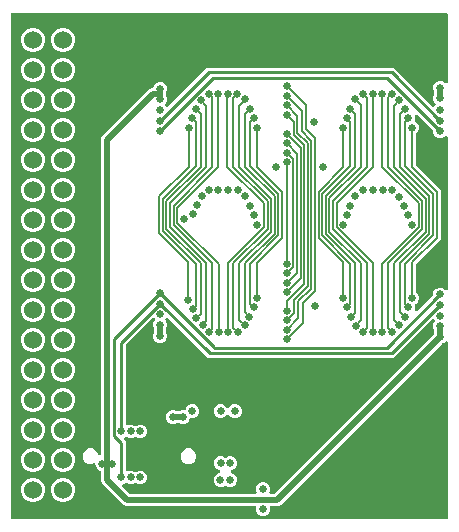
<source format=gbr>
G04 EAGLE Gerber RS-274X export*
G75*
%MOMM*%
%FSLAX34Y34*%
%LPD*%
%INCopper Layer 2*%
%IPPOS*%
%AMOC8*
5,1,8,0,0,1.08239X$1,22.5*%
G01*
G04 Define Apertures*
%ADD10C,1.524000*%
%ADD11C,0.654800*%
%ADD12C,0.152400*%
%ADD13C,0.254000*%
%ADD14C,0.508000*%
G36*
X371685Y2641D02*
X372102Y2926D01*
X372375Y3352D01*
X372460Y3810D01*
X372460Y152172D01*
X372359Y152667D01*
X372074Y153084D01*
X371648Y153356D01*
X371150Y153441D01*
X370658Y153325D01*
X370292Y153070D01*
X369293Y152071D01*
X367755Y151434D01*
X367343Y151159D01*
X230878Y14693D01*
X229010Y13920D01*
X222984Y13920D01*
X222489Y13819D01*
X222072Y13534D01*
X221800Y13108D01*
X221715Y12610D01*
X221811Y12164D01*
X221814Y12156D01*
X221814Y9843D01*
X220929Y7707D01*
X219293Y6071D01*
X217157Y5186D01*
X214843Y5186D01*
X212707Y6071D01*
X211071Y7707D01*
X210186Y9843D01*
X210186Y12156D01*
X210189Y12164D01*
X210286Y12660D01*
X210181Y13155D01*
X209892Y13569D01*
X209464Y13838D01*
X209016Y13920D01*
X99990Y13920D01*
X98122Y14693D01*
X79693Y33122D01*
X78920Y34990D01*
X78920Y42306D01*
X78819Y42801D01*
X78534Y43218D01*
X78136Y43479D01*
X76707Y44071D01*
X75071Y45707D01*
X74186Y47843D01*
X74186Y48754D01*
X74085Y49250D01*
X73800Y49667D01*
X73374Y49939D01*
X72876Y50024D01*
X72430Y49928D01*
X71301Y49460D01*
X68699Y49460D01*
X66295Y50456D01*
X64456Y52295D01*
X63460Y54699D01*
X63460Y57301D01*
X64456Y59705D01*
X66295Y61544D01*
X68699Y62540D01*
X71301Y62540D01*
X73705Y61544D01*
X75544Y59705D01*
X76477Y57454D01*
X76759Y57035D01*
X77183Y56759D01*
X77680Y56670D01*
X78173Y56783D01*
X78583Y57078D01*
X78845Y57510D01*
X78920Y57940D01*
X78920Y325010D01*
X79693Y326878D01*
X120122Y367307D01*
X121990Y368080D01*
X122306Y368080D01*
X122801Y368181D01*
X123218Y368466D01*
X123479Y368864D01*
X124071Y370293D01*
X125707Y371929D01*
X127843Y372814D01*
X130157Y372814D01*
X132293Y371929D01*
X133929Y370293D01*
X134814Y368157D01*
X134814Y365843D01*
X134177Y364305D01*
X134080Y363819D01*
X134080Y361181D01*
X134177Y360695D01*
X134814Y359157D01*
X134814Y356843D01*
X133929Y354707D01*
X133620Y354398D01*
X133341Y353977D01*
X133248Y353480D01*
X133357Y352986D01*
X133620Y352602D01*
X134019Y352203D01*
X134440Y351924D01*
X134937Y351831D01*
X135431Y351940D01*
X135815Y352203D01*
X168422Y384810D01*
X326578Y384810D01*
X359185Y352203D01*
X359606Y351924D01*
X360103Y351831D01*
X360597Y351940D01*
X360981Y352203D01*
X361880Y353102D01*
X362159Y353523D01*
X362252Y354020D01*
X362143Y354514D01*
X361880Y354898D01*
X361071Y355707D01*
X360186Y357843D01*
X360186Y360157D01*
X360823Y361695D01*
X360920Y362181D01*
X360920Y364819D01*
X360823Y365305D01*
X360186Y366843D01*
X360186Y369157D01*
X361071Y371293D01*
X362707Y372929D01*
X364843Y373814D01*
X367157Y373814D01*
X369293Y372929D01*
X370292Y371930D01*
X370713Y371651D01*
X371210Y371558D01*
X371704Y371667D01*
X372116Y371959D01*
X372382Y372389D01*
X372460Y372828D01*
X372460Y430190D01*
X372359Y430685D01*
X372074Y431102D01*
X371648Y431375D01*
X371190Y431460D01*
X3810Y431460D01*
X3315Y431359D01*
X2898Y431074D01*
X2625Y430648D01*
X2540Y430190D01*
X2540Y3810D01*
X2641Y3315D01*
X2926Y2898D01*
X3352Y2625D01*
X3810Y2540D01*
X371190Y2540D01*
X371685Y2641D01*
G37*
%LPC*%
G36*
X44679Y398340D02*
X40945Y399887D01*
X38087Y402745D01*
X36540Y406479D01*
X36540Y410521D01*
X38087Y414255D01*
X40945Y417113D01*
X44679Y418660D01*
X48721Y418660D01*
X52455Y417113D01*
X55313Y414255D01*
X56860Y410521D01*
X56860Y406479D01*
X55313Y402745D01*
X52455Y399887D01*
X48721Y398340D01*
X44679Y398340D01*
G37*
G36*
X19279Y398340D02*
X15545Y399887D01*
X12687Y402745D01*
X11140Y406479D01*
X11140Y410521D01*
X12687Y414255D01*
X15545Y417113D01*
X19279Y418660D01*
X23321Y418660D01*
X27055Y417113D01*
X29913Y414255D01*
X31460Y410521D01*
X31460Y406479D01*
X29913Y402745D01*
X27055Y399887D01*
X23321Y398340D01*
X19279Y398340D01*
G37*
G36*
X44679Y372940D02*
X40945Y374487D01*
X38087Y377345D01*
X36540Y381079D01*
X36540Y385121D01*
X38087Y388855D01*
X40945Y391713D01*
X44679Y393260D01*
X48721Y393260D01*
X52455Y391713D01*
X55313Y388855D01*
X56860Y385121D01*
X56860Y381079D01*
X55313Y377345D01*
X52455Y374487D01*
X48721Y372940D01*
X44679Y372940D01*
G37*
G36*
X19279Y372940D02*
X15545Y374487D01*
X12687Y377345D01*
X11140Y381079D01*
X11140Y385121D01*
X12687Y388855D01*
X15545Y391713D01*
X19279Y393260D01*
X23321Y393260D01*
X27055Y391713D01*
X29913Y388855D01*
X31460Y385121D01*
X31460Y381079D01*
X29913Y377345D01*
X27055Y374487D01*
X23321Y372940D01*
X19279Y372940D01*
G37*
G36*
X44679Y347540D02*
X40945Y349087D01*
X38087Y351945D01*
X36540Y355679D01*
X36540Y359721D01*
X38087Y363455D01*
X40945Y366313D01*
X44679Y367860D01*
X48721Y367860D01*
X52455Y366313D01*
X55313Y363455D01*
X56860Y359721D01*
X56860Y355679D01*
X55313Y351945D01*
X52455Y349087D01*
X48721Y347540D01*
X44679Y347540D01*
G37*
G36*
X19279Y347540D02*
X15545Y349087D01*
X12687Y351945D01*
X11140Y355679D01*
X11140Y359721D01*
X12687Y363455D01*
X15545Y366313D01*
X19279Y367860D01*
X23321Y367860D01*
X27055Y366313D01*
X29913Y363455D01*
X31460Y359721D01*
X31460Y355679D01*
X29913Y351945D01*
X27055Y349087D01*
X23321Y347540D01*
X19279Y347540D01*
G37*
G36*
X44679Y322140D02*
X40945Y323687D01*
X38087Y326545D01*
X36540Y330279D01*
X36540Y334321D01*
X38087Y338055D01*
X40945Y340913D01*
X44679Y342460D01*
X48721Y342460D01*
X52455Y340913D01*
X55313Y338055D01*
X56860Y334321D01*
X56860Y330279D01*
X55313Y326545D01*
X52455Y323687D01*
X48721Y322140D01*
X44679Y322140D01*
G37*
G36*
X19279Y322140D02*
X15545Y323687D01*
X12687Y326545D01*
X11140Y330279D01*
X11140Y334321D01*
X12687Y338055D01*
X15545Y340913D01*
X19279Y342460D01*
X23321Y342460D01*
X27055Y340913D01*
X29913Y338055D01*
X31460Y334321D01*
X31460Y330279D01*
X29913Y326545D01*
X27055Y323687D01*
X23321Y322140D01*
X19279Y322140D01*
G37*
G36*
X44679Y296740D02*
X40945Y298287D01*
X38087Y301145D01*
X36540Y304879D01*
X36540Y308921D01*
X38087Y312655D01*
X40945Y315513D01*
X44679Y317060D01*
X48721Y317060D01*
X52455Y315513D01*
X55313Y312655D01*
X56860Y308921D01*
X56860Y304879D01*
X55313Y301145D01*
X52455Y298287D01*
X48721Y296740D01*
X44679Y296740D01*
G37*
G36*
X19279Y296740D02*
X15545Y298287D01*
X12687Y301145D01*
X11140Y304879D01*
X11140Y308921D01*
X12687Y312655D01*
X15545Y315513D01*
X19279Y317060D01*
X23321Y317060D01*
X27055Y315513D01*
X29913Y312655D01*
X31460Y308921D01*
X31460Y304879D01*
X29913Y301145D01*
X27055Y298287D01*
X23321Y296740D01*
X19279Y296740D01*
G37*
G36*
X44679Y271340D02*
X40945Y272887D01*
X38087Y275745D01*
X36540Y279479D01*
X36540Y283521D01*
X38087Y287255D01*
X40945Y290113D01*
X44679Y291660D01*
X48721Y291660D01*
X52455Y290113D01*
X55313Y287255D01*
X56860Y283521D01*
X56860Y279479D01*
X55313Y275745D01*
X52455Y272887D01*
X48721Y271340D01*
X44679Y271340D01*
G37*
G36*
X19279Y271340D02*
X15545Y272887D01*
X12687Y275745D01*
X11140Y279479D01*
X11140Y283521D01*
X12687Y287255D01*
X15545Y290113D01*
X19279Y291660D01*
X23321Y291660D01*
X27055Y290113D01*
X29913Y287255D01*
X31460Y283521D01*
X31460Y279479D01*
X29913Y275745D01*
X27055Y272887D01*
X23321Y271340D01*
X19279Y271340D01*
G37*
G36*
X44679Y245940D02*
X40945Y247487D01*
X38087Y250345D01*
X36540Y254079D01*
X36540Y258121D01*
X38087Y261855D01*
X40945Y264713D01*
X44679Y266260D01*
X48721Y266260D01*
X52455Y264713D01*
X55313Y261855D01*
X56860Y258121D01*
X56860Y254079D01*
X55313Y250345D01*
X52455Y247487D01*
X48721Y245940D01*
X44679Y245940D01*
G37*
G36*
X19279Y245940D02*
X15545Y247487D01*
X12687Y250345D01*
X11140Y254079D01*
X11140Y258121D01*
X12687Y261855D01*
X15545Y264713D01*
X19279Y266260D01*
X23321Y266260D01*
X27055Y264713D01*
X29913Y261855D01*
X31460Y258121D01*
X31460Y254079D01*
X29913Y250345D01*
X27055Y247487D01*
X23321Y245940D01*
X19279Y245940D01*
G37*
G36*
X44679Y220540D02*
X40945Y222087D01*
X38087Y224945D01*
X36540Y228679D01*
X36540Y232721D01*
X38087Y236455D01*
X40945Y239313D01*
X44679Y240860D01*
X48721Y240860D01*
X52455Y239313D01*
X55313Y236455D01*
X56860Y232721D01*
X56860Y228679D01*
X55313Y224945D01*
X52455Y222087D01*
X48721Y220540D01*
X44679Y220540D01*
G37*
G36*
X19279Y220540D02*
X15545Y222087D01*
X12687Y224945D01*
X11140Y228679D01*
X11140Y232721D01*
X12687Y236455D01*
X15545Y239313D01*
X19279Y240860D01*
X23321Y240860D01*
X27055Y239313D01*
X29913Y236455D01*
X31460Y232721D01*
X31460Y228679D01*
X29913Y224945D01*
X27055Y222087D01*
X23321Y220540D01*
X19279Y220540D01*
G37*
G36*
X44679Y195140D02*
X40945Y196687D01*
X38087Y199545D01*
X36540Y203279D01*
X36540Y207321D01*
X38087Y211055D01*
X40945Y213913D01*
X44679Y215460D01*
X48721Y215460D01*
X52455Y213913D01*
X55313Y211055D01*
X56860Y207321D01*
X56860Y203279D01*
X55313Y199545D01*
X52455Y196687D01*
X48721Y195140D01*
X44679Y195140D01*
G37*
G36*
X19279Y195140D02*
X15545Y196687D01*
X12687Y199545D01*
X11140Y203279D01*
X11140Y207321D01*
X12687Y211055D01*
X15545Y213913D01*
X19279Y215460D01*
X23321Y215460D01*
X27055Y213913D01*
X29913Y211055D01*
X31460Y207321D01*
X31460Y203279D01*
X29913Y199545D01*
X27055Y196687D01*
X23321Y195140D01*
X19279Y195140D01*
G37*
G36*
X44679Y169740D02*
X40945Y171287D01*
X38087Y174145D01*
X36540Y177879D01*
X36540Y181921D01*
X38087Y185655D01*
X40945Y188513D01*
X44679Y190060D01*
X48721Y190060D01*
X52455Y188513D01*
X55313Y185655D01*
X56860Y181921D01*
X56860Y177879D01*
X55313Y174145D01*
X52455Y171287D01*
X48721Y169740D01*
X44679Y169740D01*
G37*
G36*
X19279Y169740D02*
X15545Y171287D01*
X12687Y174145D01*
X11140Y177879D01*
X11140Y181921D01*
X12687Y185655D01*
X15545Y188513D01*
X19279Y190060D01*
X23321Y190060D01*
X27055Y188513D01*
X29913Y185655D01*
X31460Y181921D01*
X31460Y177879D01*
X29913Y174145D01*
X27055Y171287D01*
X23321Y169740D01*
X19279Y169740D01*
G37*
G36*
X44679Y144340D02*
X40945Y145887D01*
X38087Y148745D01*
X36540Y152479D01*
X36540Y156521D01*
X38087Y160255D01*
X40945Y163113D01*
X44679Y164660D01*
X48721Y164660D01*
X52455Y163113D01*
X55313Y160255D01*
X56860Y156521D01*
X56860Y152479D01*
X55313Y148745D01*
X52455Y145887D01*
X48721Y144340D01*
X44679Y144340D01*
G37*
G36*
X19279Y144340D02*
X15545Y145887D01*
X12687Y148745D01*
X11140Y152479D01*
X11140Y156521D01*
X12687Y160255D01*
X15545Y163113D01*
X19279Y164660D01*
X23321Y164660D01*
X27055Y163113D01*
X29913Y160255D01*
X31460Y156521D01*
X31460Y152479D01*
X29913Y148745D01*
X27055Y145887D01*
X23321Y144340D01*
X19279Y144340D01*
G37*
G36*
X44679Y118940D02*
X40945Y120487D01*
X38087Y123345D01*
X36540Y127079D01*
X36540Y131121D01*
X38087Y134855D01*
X40945Y137713D01*
X44679Y139260D01*
X48721Y139260D01*
X52455Y137713D01*
X55313Y134855D01*
X56860Y131121D01*
X56860Y127079D01*
X55313Y123345D01*
X52455Y120487D01*
X48721Y118940D01*
X44679Y118940D01*
G37*
G36*
X19279Y118940D02*
X15545Y120487D01*
X12687Y123345D01*
X11140Y127079D01*
X11140Y131121D01*
X12687Y134855D01*
X15545Y137713D01*
X19279Y139260D01*
X23321Y139260D01*
X27055Y137713D01*
X29913Y134855D01*
X31460Y131121D01*
X31460Y127079D01*
X29913Y123345D01*
X27055Y120487D01*
X23321Y118940D01*
X19279Y118940D01*
G37*
G36*
X44679Y93540D02*
X40945Y95087D01*
X38087Y97945D01*
X36540Y101679D01*
X36540Y105721D01*
X38087Y109455D01*
X40945Y112313D01*
X44679Y113860D01*
X48721Y113860D01*
X52455Y112313D01*
X55313Y109455D01*
X56860Y105721D01*
X56860Y101679D01*
X55313Y97945D01*
X52455Y95087D01*
X48721Y93540D01*
X44679Y93540D01*
G37*
G36*
X19279Y93540D02*
X15545Y95087D01*
X12687Y97945D01*
X11140Y101679D01*
X11140Y105721D01*
X12687Y109455D01*
X15545Y112313D01*
X19279Y113860D01*
X23321Y113860D01*
X27055Y112313D01*
X29913Y109455D01*
X31460Y105721D01*
X31460Y101679D01*
X29913Y97945D01*
X27055Y95087D01*
X23321Y93540D01*
X19279Y93540D01*
G37*
G36*
X44679Y68140D02*
X40945Y69687D01*
X38087Y72545D01*
X36540Y76279D01*
X36540Y80321D01*
X38087Y84055D01*
X40945Y86913D01*
X44679Y88460D01*
X48721Y88460D01*
X52455Y86913D01*
X55313Y84055D01*
X56860Y80321D01*
X56860Y76279D01*
X55313Y72545D01*
X52455Y69687D01*
X48721Y68140D01*
X44679Y68140D01*
G37*
G36*
X19279Y68140D02*
X15545Y69687D01*
X12687Y72545D01*
X11140Y76279D01*
X11140Y80321D01*
X12687Y84055D01*
X15545Y86913D01*
X19279Y88460D01*
X23321Y88460D01*
X27055Y86913D01*
X29913Y84055D01*
X31460Y80321D01*
X31460Y76279D01*
X29913Y72545D01*
X27055Y69687D01*
X23321Y68140D01*
X19279Y68140D01*
G37*
G36*
X44679Y42740D02*
X40945Y44287D01*
X38087Y47145D01*
X36540Y50879D01*
X36540Y54921D01*
X38087Y58655D01*
X40945Y61513D01*
X44679Y63060D01*
X48721Y63060D01*
X52455Y61513D01*
X55313Y58655D01*
X56860Y54921D01*
X56860Y50879D01*
X55313Y47145D01*
X52455Y44287D01*
X48721Y42740D01*
X44679Y42740D01*
G37*
G36*
X19279Y42740D02*
X15545Y44287D01*
X12687Y47145D01*
X11140Y50879D01*
X11140Y54921D01*
X12687Y58655D01*
X15545Y61513D01*
X19279Y63060D01*
X23321Y63060D01*
X27055Y61513D01*
X29913Y58655D01*
X31460Y54921D01*
X31460Y50879D01*
X29913Y47145D01*
X27055Y44287D01*
X23321Y42740D01*
X19279Y42740D01*
G37*
G36*
X44679Y17340D02*
X40945Y18887D01*
X38087Y21745D01*
X36540Y25479D01*
X36540Y29521D01*
X38087Y33255D01*
X40945Y36113D01*
X44679Y37660D01*
X48721Y37660D01*
X52455Y36113D01*
X55313Y33255D01*
X56860Y29521D01*
X56860Y25479D01*
X55313Y21745D01*
X52455Y18887D01*
X48721Y17340D01*
X44679Y17340D01*
G37*
G36*
X19279Y17340D02*
X15545Y18887D01*
X12687Y21745D01*
X11140Y25479D01*
X11140Y29521D01*
X12687Y33255D01*
X15545Y36113D01*
X19279Y37660D01*
X23321Y37660D01*
X27055Y36113D01*
X29913Y33255D01*
X31460Y29521D01*
X31460Y25479D01*
X29913Y21745D01*
X27055Y18887D01*
X23321Y17340D01*
X19279Y17340D01*
G37*
%LPD*%
G36*
X346448Y178942D02*
X346805Y179193D01*
X359814Y192202D01*
X360093Y192624D01*
X360186Y193100D01*
X360186Y194157D01*
X361071Y196293D01*
X362707Y197929D01*
X364843Y198814D01*
X367157Y198814D01*
X369293Y197929D01*
X370292Y196930D01*
X370713Y196651D01*
X371210Y196558D01*
X371704Y196667D01*
X372116Y196959D01*
X372382Y197389D01*
X372460Y197828D01*
X372460Y326172D01*
X372359Y326667D01*
X372074Y327084D01*
X371648Y327356D01*
X371150Y327441D01*
X370658Y327325D01*
X370292Y327070D01*
X369293Y326071D01*
X367157Y325186D01*
X364843Y325186D01*
X362707Y326071D01*
X361071Y327707D01*
X360186Y329843D01*
X360186Y330900D01*
X360085Y331395D01*
X359814Y331798D01*
X346805Y344807D01*
X346383Y345086D01*
X345887Y345179D01*
X345393Y345070D01*
X344981Y344778D01*
X344715Y344348D01*
X344638Y343848D01*
X344733Y343423D01*
X344814Y343228D01*
X344814Y340916D01*
X344668Y340563D01*
X344571Y340067D01*
X344676Y339572D01*
X344965Y339157D01*
X345251Y338971D01*
X346929Y337293D01*
X347814Y335157D01*
X347814Y332843D01*
X346929Y330707D01*
X345674Y329452D01*
X345395Y329030D01*
X345302Y328554D01*
X345302Y302894D01*
X345403Y302398D01*
X345674Y301996D01*
X366302Y281368D01*
X366302Y239632D01*
X345674Y219004D01*
X345395Y218583D01*
X345302Y218106D01*
X345302Y195446D01*
X345403Y194951D01*
X345674Y194548D01*
X346929Y193293D01*
X347814Y191157D01*
X347814Y188843D01*
X346929Y186707D01*
X345244Y185022D01*
X344936Y184814D01*
X344660Y184391D01*
X344572Y183893D01*
X344668Y183437D01*
X344814Y183084D01*
X344814Y180772D01*
X344733Y180577D01*
X344637Y180081D01*
X344741Y179586D01*
X345030Y179172D01*
X345458Y178903D01*
X345957Y178822D01*
X346448Y178942D01*
G37*
G36*
X209925Y24181D02*
X210342Y24466D01*
X210615Y24892D01*
X210699Y25390D01*
X210603Y25836D01*
X210186Y26843D01*
X210186Y29157D01*
X211071Y31293D01*
X212707Y32929D01*
X214843Y33814D01*
X217157Y33814D01*
X219293Y32929D01*
X220929Y31293D01*
X221814Y29157D01*
X221814Y26843D01*
X221397Y25836D01*
X221300Y25340D01*
X221405Y24845D01*
X221694Y24431D01*
X222122Y24162D01*
X222570Y24080D01*
X225370Y24080D01*
X225865Y24181D01*
X226268Y24452D01*
X360159Y158343D01*
X360434Y158755D01*
X360823Y159695D01*
X360920Y160181D01*
X360920Y162819D01*
X360823Y163305D01*
X360186Y164843D01*
X360186Y167157D01*
X361071Y169293D01*
X361380Y169602D01*
X361659Y170023D01*
X361752Y170520D01*
X361643Y171014D01*
X361380Y171398D01*
X360981Y171797D01*
X360560Y172076D01*
X360063Y172169D01*
X359569Y172060D01*
X359185Y171797D01*
X326578Y139190D01*
X169554Y139190D01*
X135947Y172797D01*
X135526Y173076D01*
X135029Y173169D01*
X134535Y173060D01*
X134151Y172797D01*
X133686Y172332D01*
X133407Y171911D01*
X133314Y171414D01*
X133423Y170920D01*
X133686Y170536D01*
X133929Y170293D01*
X134814Y168157D01*
X134814Y165843D01*
X134177Y164305D01*
X134080Y163819D01*
X134080Y161181D01*
X134177Y160695D01*
X134814Y159157D01*
X134814Y156843D01*
X133929Y154707D01*
X132293Y153071D01*
X130157Y152186D01*
X127843Y152186D01*
X125707Y153071D01*
X124071Y154707D01*
X123186Y156843D01*
X123186Y159157D01*
X123823Y160695D01*
X123920Y161181D01*
X123920Y163819D01*
X123823Y164305D01*
X123186Y165843D01*
X123186Y168157D01*
X124071Y170293D01*
X124446Y170668D01*
X124725Y171089D01*
X124818Y171586D01*
X124709Y172080D01*
X124446Y172464D01*
X124113Y172797D01*
X123692Y173076D01*
X123195Y173169D01*
X122701Y173060D01*
X122317Y172797D01*
X100254Y150734D01*
X99975Y150312D01*
X99882Y149836D01*
X99882Y83428D01*
X99983Y82933D01*
X100268Y82516D01*
X100694Y82244D01*
X101192Y82159D01*
X101638Y82255D01*
X102988Y82814D01*
X105301Y82814D01*
X107649Y81841D01*
X107703Y81805D01*
X108200Y81712D01*
X108694Y81821D01*
X108743Y81854D01*
X111059Y82814D01*
X113373Y82814D01*
X115509Y81929D01*
X117145Y80293D01*
X118030Y78157D01*
X118030Y75843D01*
X117145Y73707D01*
X115509Y72071D01*
X113373Y71186D01*
X111059Y71186D01*
X108711Y72159D01*
X108657Y72195D01*
X108160Y72288D01*
X107666Y72179D01*
X107617Y72146D01*
X105301Y71186D01*
X102987Y71186D01*
X100639Y72159D01*
X100585Y72195D01*
X100088Y72288D01*
X99594Y72179D01*
X99545Y72146D01*
X98966Y71906D01*
X98547Y71623D01*
X98271Y71200D01*
X98182Y70702D01*
X98295Y70209D01*
X98554Y69834D01*
X99810Y68578D01*
X99810Y44399D01*
X99911Y43903D01*
X100196Y43486D01*
X100622Y43214D01*
X101120Y43129D01*
X101566Y43225D01*
X102988Y43814D01*
X105301Y43814D01*
X107649Y42841D01*
X107703Y42805D01*
X108200Y42712D01*
X108694Y42821D01*
X108743Y42854D01*
X111059Y43814D01*
X113373Y43814D01*
X115509Y42929D01*
X117145Y41293D01*
X118030Y39157D01*
X118030Y36843D01*
X117145Y34707D01*
X115509Y33071D01*
X113373Y32186D01*
X111059Y32186D01*
X108711Y33159D01*
X108657Y33195D01*
X108160Y33288D01*
X107666Y33179D01*
X107617Y33146D01*
X105301Y32186D01*
X102987Y32186D01*
X100639Y33159D01*
X100585Y33195D01*
X100088Y33288D01*
X99594Y33179D01*
X99545Y33146D01*
X97407Y32260D01*
X96988Y31978D01*
X96713Y31554D01*
X96624Y31056D01*
X96736Y30564D01*
X96995Y30189D01*
X102732Y24452D01*
X103154Y24173D01*
X103630Y24080D01*
X209430Y24080D01*
X209925Y24181D01*
G37*
%LPC*%
G36*
X178843Y88186D02*
X176707Y89071D01*
X175071Y90707D01*
X174186Y92843D01*
X174186Y95157D01*
X175071Y97293D01*
X176707Y98929D01*
X178843Y99814D01*
X181157Y99814D01*
X183293Y98929D01*
X185102Y97120D01*
X185523Y96841D01*
X186020Y96748D01*
X186514Y96857D01*
X186898Y97120D01*
X188707Y98929D01*
X190843Y99814D01*
X193157Y99814D01*
X195293Y98929D01*
X196929Y97293D01*
X197814Y95157D01*
X197814Y92843D01*
X196929Y90707D01*
X195293Y89071D01*
X193157Y88186D01*
X190843Y88186D01*
X188707Y89071D01*
X186898Y90880D01*
X186477Y91159D01*
X185980Y91252D01*
X185486Y91143D01*
X185102Y90880D01*
X183293Y89071D01*
X181157Y88186D01*
X178843Y88186D01*
G37*
G36*
X138843Y83186D02*
X136707Y84071D01*
X135071Y85707D01*
X134186Y87843D01*
X134186Y90157D01*
X135071Y92293D01*
X136707Y93929D01*
X138843Y94814D01*
X141157Y94814D01*
X142695Y94177D01*
X143181Y94080D01*
X144819Y94080D01*
X145305Y94177D01*
X146843Y94814D01*
X149196Y94814D01*
X149691Y94915D01*
X150108Y95200D01*
X150369Y95598D01*
X151071Y97293D01*
X152707Y98929D01*
X154843Y99814D01*
X157157Y99814D01*
X159293Y98929D01*
X160929Y97293D01*
X161814Y95157D01*
X161814Y92843D01*
X160929Y90707D01*
X159293Y89071D01*
X157157Y88186D01*
X154804Y88186D01*
X154309Y88085D01*
X153892Y87800D01*
X153631Y87402D01*
X152929Y85707D01*
X151293Y84071D01*
X149157Y83186D01*
X146843Y83186D01*
X145305Y83823D01*
X144819Y83920D01*
X143181Y83920D01*
X142695Y83823D01*
X141157Y83186D01*
X138843Y83186D01*
G37*
G36*
X151699Y49460D02*
X149295Y50456D01*
X147456Y52295D01*
X146460Y54699D01*
X146460Y57301D01*
X147456Y59705D01*
X149295Y61544D01*
X151699Y62540D01*
X154301Y62540D01*
X156705Y61544D01*
X158544Y59705D01*
X159540Y57301D01*
X159540Y54699D01*
X158544Y52295D01*
X156705Y50456D01*
X154301Y49460D01*
X151699Y49460D01*
G37*
G36*
X178771Y30186D02*
X176635Y31071D01*
X174999Y32707D01*
X174114Y34843D01*
X174114Y37157D01*
X174999Y39293D01*
X176635Y40929D01*
X178838Y41842D01*
X179257Y42124D01*
X179533Y42548D01*
X179622Y43045D01*
X179509Y43538D01*
X179214Y43948D01*
X178838Y44188D01*
X176707Y45071D01*
X175071Y46707D01*
X174186Y48843D01*
X174186Y51157D01*
X175071Y53293D01*
X176707Y54929D01*
X178843Y55814D01*
X181157Y55814D01*
X183505Y54841D01*
X183559Y54805D01*
X184056Y54712D01*
X184550Y54821D01*
X184599Y54854D01*
X186915Y55814D01*
X189229Y55814D01*
X191365Y54929D01*
X193001Y53293D01*
X193886Y51157D01*
X193886Y48843D01*
X193001Y46707D01*
X191365Y45071D01*
X189162Y44158D01*
X188743Y43876D01*
X188467Y43452D01*
X188378Y42955D01*
X188491Y42462D01*
X188786Y42052D01*
X189162Y41812D01*
X191293Y40929D01*
X192929Y39293D01*
X193814Y37157D01*
X193814Y34843D01*
X192929Y32707D01*
X191293Y31071D01*
X189157Y30186D01*
X186843Y30186D01*
X184495Y31159D01*
X184441Y31195D01*
X183944Y31288D01*
X183450Y31179D01*
X183401Y31146D01*
X181085Y30186D01*
X178771Y30186D01*
G37*
%LPD*%
D10*
X46700Y27500D03*
X21300Y27500D03*
X46700Y52900D03*
X21300Y52900D03*
X46700Y78300D03*
X21300Y78300D03*
X46700Y103700D03*
X21300Y103700D03*
X46700Y129100D03*
X21300Y129100D03*
X46700Y154500D03*
X21300Y154500D03*
X46700Y179900D03*
X21300Y179900D03*
X46700Y205300D03*
X21300Y205300D03*
X46700Y230700D03*
X21300Y230700D03*
X46700Y256100D03*
X21300Y256100D03*
X46700Y281500D03*
X21300Y281500D03*
X46700Y306900D03*
X21300Y306900D03*
X46700Y332300D03*
X21300Y332300D03*
X46700Y357700D03*
X21300Y357700D03*
X46700Y383100D03*
X21300Y383100D03*
X46700Y408500D03*
X21300Y408500D03*
D11*
X366000Y208000D03*
X366000Y217000D03*
X366000Y316000D03*
X366000Y307000D03*
X175000Y113000D03*
X162000Y128000D03*
X88000Y9000D03*
X80000Y9000D03*
X120000Y9000D03*
X112000Y9000D03*
X119000Y104000D03*
X360000Y100000D03*
X347000Y112000D03*
X356000Y426000D03*
X343000Y412000D03*
X147000Y415000D03*
X121000Y415000D03*
X367000Y8000D03*
X367000Y19000D03*
X356000Y8000D03*
X8000Y8000D03*
X19000Y8000D03*
X8000Y19000D03*
X8000Y426000D03*
X19000Y426000D03*
X8000Y415000D03*
X367000Y426000D03*
X367000Y415000D03*
D12*
X153000Y334000D02*
X153000Y301000D01*
D11*
X342000Y334000D03*
X342000Y190000D03*
D12*
X342000Y301000D02*
X342000Y334000D01*
X342000Y301000D02*
X363000Y280000D01*
X363000Y241000D02*
X342000Y220000D01*
X363000Y241000D02*
X363000Y280000D01*
D11*
X153053Y334053D03*
D12*
X153000Y334000D01*
X153000Y301000D02*
X128014Y276014D01*
X128014Y244986D01*
X342000Y220000D02*
X342000Y190000D01*
D11*
X152835Y188201D03*
D12*
X152835Y220165D02*
X128014Y244986D01*
X152835Y220165D02*
X152835Y188201D01*
X159000Y339072D02*
X156000Y342072D01*
X159000Y339072D02*
X159000Y302000D01*
D11*
X339000Y342072D03*
X339000Y181928D03*
D12*
X336000Y302000D02*
X336000Y339072D01*
X336000Y302000D02*
X359952Y278048D01*
X359952Y242952D02*
X336000Y219000D01*
X359952Y242952D02*
X359952Y278048D01*
D11*
X156000Y342125D03*
D12*
X156000Y342072D01*
X159000Y302000D02*
X131062Y274062D01*
X131062Y246938D01*
X159000Y219000D01*
X336000Y219000D02*
X336000Y184928D01*
X339000Y181928D01*
X336000Y339072D02*
X339000Y342072D01*
D11*
X156768Y180719D03*
D12*
X159000Y182951D02*
X159000Y219000D01*
X159000Y182951D02*
X156768Y180719D01*
X163048Y346096D02*
X159000Y350144D01*
X163048Y346096D02*
X163048Y301048D01*
D11*
X336000Y350144D03*
X336000Y173856D03*
D12*
X331952Y301048D02*
X331952Y346096D01*
X331952Y301048D02*
X356904Y276096D01*
X356904Y244215D02*
X331952Y219263D01*
X356904Y244215D02*
X356904Y276096D01*
D11*
X159000Y350197D03*
D12*
X159000Y350144D01*
X163048Y301048D02*
X134110Y272110D01*
X134110Y248200D01*
X163048Y219263D01*
X163048Y176627D01*
X331952Y177904D02*
X331952Y219263D01*
X331952Y177904D02*
X336000Y173856D01*
X331952Y346096D02*
X336000Y350144D01*
D11*
X159067Y172647D03*
D12*
X163048Y176627D01*
X168096Y301096D02*
X168096Y352904D01*
X326904Y352904D02*
X326904Y301096D01*
X353856Y274144D01*
X353856Y246167D02*
X326904Y219215D01*
X353856Y246167D02*
X353856Y274144D01*
D11*
X163791Y357209D03*
D12*
X168096Y352904D01*
D11*
X331209Y357209D03*
X331209Y166791D03*
D12*
X168096Y219215D02*
X137158Y250152D01*
X137158Y270158D01*
X168096Y301096D01*
X168096Y219215D02*
X168096Y170260D01*
X326904Y171096D02*
X326904Y219215D01*
X326904Y171096D02*
X331209Y166791D01*
X326904Y352904D02*
X331209Y357209D01*
D11*
X164775Y166939D03*
D12*
X168096Y170260D01*
D11*
X170000Y363000D03*
X325000Y363000D03*
X325000Y161000D03*
D12*
X350808Y272192D02*
X321856Y301144D01*
X350808Y248119D02*
X321856Y219167D01*
X350808Y248119D02*
X350808Y272192D01*
X173144Y301144D02*
X140206Y268206D01*
X140206Y252104D01*
X173144Y219167D01*
X173144Y163892D01*
X321856Y164144D02*
X321856Y219167D01*
X321856Y164144D02*
X325000Y161000D01*
X321856Y301144D02*
X321856Y359856D01*
X325000Y363000D01*
D11*
X170483Y161231D03*
D12*
X173144Y163892D01*
X173144Y359856D02*
X170000Y363000D01*
X173144Y359856D02*
X173144Y301144D01*
D11*
X178072Y363000D03*
X316928Y363000D03*
X316928Y160928D03*
D12*
X347760Y270240D02*
X316808Y301192D01*
X347760Y249760D02*
X316928Y218928D01*
X347760Y249760D02*
X347760Y270240D01*
X178192Y301192D02*
X143254Y266254D01*
X143254Y253742D01*
X178366Y218630D01*
X316928Y218928D02*
X316928Y160928D01*
X316808Y301192D02*
X316808Y362880D01*
X316928Y363000D01*
D11*
X178555Y160928D03*
D12*
X178366Y161117D02*
X178366Y218630D01*
X178366Y161117D02*
X178555Y160928D01*
X178072Y301312D02*
X178072Y363000D01*
X178072Y301312D02*
X178192Y301192D01*
X185808Y301192D02*
X216760Y270240D01*
X216760Y249760D01*
D11*
X186144Y363072D03*
D12*
X185808Y362736D01*
X185808Y301192D01*
D11*
X308752Y161000D03*
X308856Y363072D03*
D12*
X309192Y301192D02*
X278288Y270288D01*
X278288Y249712D02*
X308752Y219248D01*
X278288Y249712D02*
X278288Y270288D01*
X308752Y219248D02*
X308752Y161000D01*
X309192Y301192D02*
X309192Y362736D01*
X308856Y363072D01*
D11*
X186627Y161000D03*
D12*
X186627Y219627D02*
X216760Y249760D01*
X186627Y219627D02*
X186627Y161000D01*
X219808Y272192D02*
X190856Y301144D01*
X219808Y248119D02*
X190856Y219167D01*
X219808Y248119D02*
X219808Y272192D01*
D11*
X194216Y363000D03*
D12*
X190856Y359640D01*
X190856Y301144D01*
D11*
X300680Y161000D03*
X300784Y363000D03*
D12*
X304144Y359640D02*
X304144Y301144D01*
X275240Y272240D01*
X275240Y248071D02*
X304144Y219167D01*
X275240Y248071D02*
X275240Y272240D01*
D11*
X194798Y161000D03*
D12*
X190856Y164942D02*
X190856Y219167D01*
X190856Y164942D02*
X194798Y161000D01*
X304144Y164464D02*
X304144Y219167D01*
X304144Y164464D02*
X300680Y161000D01*
X304144Y359640D02*
X300784Y363000D01*
X195904Y352904D02*
X195904Y301096D01*
X222856Y274144D01*
X222856Y246167D02*
X195904Y219215D01*
X222856Y246167D02*
X222856Y274144D01*
D11*
X294608Y166568D03*
D12*
X299096Y301096D02*
X299096Y353036D01*
X299096Y301096D02*
X272192Y274192D01*
X272192Y246119D02*
X299096Y219215D01*
X272192Y246119D02*
X272192Y274192D01*
D11*
X294132Y358000D03*
X200932Y358000D03*
D12*
X200932Y357932D01*
X195904Y352904D01*
D11*
X200519Y166695D03*
D12*
X195904Y171310D02*
X195904Y219215D01*
X195904Y171310D02*
X200519Y166695D01*
X299096Y171056D02*
X299096Y219215D01*
X299096Y171056D02*
X294608Y166568D01*
X299096Y353036D02*
X294132Y358000D01*
D11*
X205000Y350144D03*
D12*
X200952Y346096D01*
X200952Y301048D01*
X225904Y276096D01*
X225904Y244215D02*
X200952Y219263D01*
X225904Y244215D02*
X225904Y276096D01*
D11*
X290744Y174120D03*
X290000Y350144D03*
D12*
X294048Y346096D02*
X294048Y301048D01*
X269144Y276144D01*
X269144Y244167D02*
X294048Y219263D01*
X269144Y244167D02*
X269144Y276144D01*
D11*
X204383Y174247D03*
D12*
X200952Y177678D02*
X200952Y219263D01*
X200952Y177678D02*
X204383Y174247D01*
X294048Y177424D02*
X294048Y219263D01*
X294048Y177424D02*
X290744Y174120D01*
X294048Y346096D02*
X290000Y350144D01*
D11*
X208000Y342072D03*
D12*
X205000Y339072D01*
X205000Y302000D01*
X228952Y278048D01*
X228952Y242952D02*
X205000Y219000D01*
X228952Y242952D02*
X228952Y278048D01*
D11*
X287104Y181896D03*
X287000Y342072D03*
D12*
X290000Y339072D02*
X290000Y302000D01*
X266096Y278096D01*
X266096Y242904D02*
X290000Y219000D01*
X266096Y242904D02*
X266096Y278096D01*
D11*
X208023Y182023D03*
D12*
X205000Y185045D02*
X205000Y219000D01*
X205000Y185045D02*
X208023Y182023D01*
X290000Y184791D02*
X290000Y219000D01*
X290000Y184791D02*
X287104Y181896D01*
X290000Y339072D02*
X287000Y342072D01*
X232000Y280000D02*
X211000Y301000D01*
X232000Y280000D02*
X232000Y241000D01*
X210740Y219740D01*
D11*
X283798Y189968D03*
X284000Y334000D03*
D12*
X283798Y220202D02*
X283798Y189968D01*
X263048Y280048D02*
X284000Y301000D01*
X263048Y240952D02*
X283798Y220202D01*
X263048Y240952D02*
X263048Y280048D01*
D11*
X210868Y334000D03*
D12*
X211000Y333868D02*
X211000Y301000D01*
X211000Y333868D02*
X210868Y334000D01*
D11*
X210740Y190095D03*
D12*
X210740Y219740D01*
X284000Y301000D02*
X284000Y334000D01*
D11*
X236000Y155000D03*
X236000Y369288D03*
D12*
X252000Y353288D02*
X252000Y333000D01*
X260000Y325000D01*
X260000Y196000D01*
X250000Y186000D01*
X250000Y169000D01*
X236000Y155000D01*
X252000Y353288D02*
X236000Y369288D01*
D11*
X236000Y163072D03*
X236000Y361216D03*
D12*
X248952Y348264D02*
X248952Y331048D01*
X256952Y323048D01*
X256952Y197952D01*
X246000Y187000D01*
X246000Y173072D01*
X236000Y163072D01*
X248952Y348264D02*
X236000Y361216D01*
D11*
X236000Y171144D03*
D12*
X245000Y330000D02*
X245000Y344212D01*
X242000Y188000D02*
X242000Y177144D01*
X236000Y171144D01*
X253904Y321096D02*
X245000Y330000D01*
X253904Y321096D02*
X253904Y199904D01*
X242000Y188000D01*
D11*
X236068Y353144D03*
D12*
X245000Y344212D01*
D11*
X236000Y179216D03*
D12*
X241952Y328048D02*
X241952Y339188D01*
X241952Y328048D02*
X250856Y319144D01*
X250856Y201856D01*
X236000Y187000D01*
X236000Y179216D01*
D11*
X236068Y345072D03*
D12*
X241952Y339188D01*
D11*
X342186Y252049D03*
X148814Y257233D03*
X338896Y260121D03*
X156723Y260740D03*
X335248Y267888D03*
X160372Y268507D03*
X331384Y275440D03*
X164239Y276055D03*
X325320Y281000D03*
X170195Y281515D03*
X317248Y281000D03*
X178267Y281000D03*
X309072Y281072D03*
X186339Y281072D03*
X301000Y281000D03*
X194411Y281000D03*
X201000Y276000D03*
X294000Y276000D03*
X205000Y268144D03*
X290000Y268144D03*
X208000Y260072D03*
X287000Y260072D03*
X211000Y252000D03*
X284000Y252000D03*
X236000Y304712D03*
X236000Y219040D03*
D12*
X236000Y304712D01*
D11*
X236000Y312784D03*
X236000Y210968D03*
D12*
X241560Y216528D02*
X241560Y307224D01*
X241560Y216528D02*
X236000Y210968D01*
X241560Y307224D02*
X236000Y312784D01*
D11*
X236000Y320856D03*
X236000Y202896D03*
D12*
X244608Y211504D02*
X244608Y312248D01*
X244608Y211504D02*
X236000Y202896D01*
X244608Y312248D02*
X236000Y320856D01*
D11*
X236000Y328928D03*
X235960Y194824D03*
D12*
X247808Y206671D02*
X247808Y317120D01*
X247808Y206671D02*
X235960Y194824D01*
X247808Y317120D02*
X236000Y328928D01*
D11*
X366000Y331000D03*
X366000Y193000D03*
X129000Y331000D03*
D13*
X174000Y376000D01*
X321000Y376000D01*
X366000Y331000D01*
X366000Y193000D02*
X321000Y148000D01*
D11*
X129132Y194000D03*
D13*
X174735Y148000D02*
X321000Y148000D01*
X90000Y154868D02*
X90000Y73000D01*
X96000Y67000D01*
D11*
X96072Y38000D03*
D13*
X96000Y38072D02*
X96000Y67000D01*
X96000Y38072D02*
X96072Y38000D01*
X174735Y148397D02*
X129132Y194000D01*
X174735Y148397D02*
X174735Y148000D01*
X129132Y194000D02*
X90000Y154868D01*
D11*
X180000Y94000D03*
X227000Y301000D03*
X192000Y94000D03*
X260000Y183000D03*
X216000Y11000D03*
X259000Y339000D03*
X267000Y301000D03*
X216000Y28000D03*
X366000Y349000D03*
X104144Y38000D03*
X366000Y175000D03*
X112216Y38000D03*
X129000Y349000D03*
X104144Y77000D03*
X88000Y49000D03*
X80000Y49000D03*
X148000Y89000D03*
X140000Y89000D03*
X129000Y358000D03*
X129000Y367000D03*
X366000Y166000D03*
X366000Y157000D03*
X366000Y359000D03*
X366000Y368000D03*
X129000Y167000D03*
X129000Y158000D03*
D14*
X129000Y363000D02*
X129000Y367000D01*
X129000Y363000D02*
X129000Y358000D01*
X84000Y49000D02*
X80000Y49000D01*
X84000Y49000D02*
X88000Y49000D01*
X84000Y49000D02*
X84000Y324000D01*
X123000Y363000D01*
X129000Y363000D01*
X366000Y166000D02*
X366000Y157000D01*
X228000Y19000D01*
X101000Y19000D01*
X84000Y36000D01*
X84000Y49000D01*
X140000Y89000D02*
X148000Y89000D01*
X129000Y158000D02*
X129000Y167000D01*
X366000Y359000D02*
X366000Y368000D01*
D11*
X366000Y340000D03*
X366000Y184000D03*
X129000Y340000D03*
D13*
X170000Y381000D01*
X325000Y381000D01*
X366000Y340000D01*
X366000Y184000D02*
X325000Y143000D01*
D11*
X129132Y185000D03*
D13*
X171132Y143000D02*
X325000Y143000D01*
D11*
X96072Y77000D03*
D13*
X96072Y151940D01*
D11*
X156000Y94000D03*
D13*
X171132Y143000D02*
X129132Y185000D01*
X96072Y151940D01*
D11*
X188072Y50000D03*
X188000Y36000D03*
X179928Y36000D03*
X180000Y50000D03*
X129132Y176000D03*
X112216Y77000D03*
M02*

</source>
